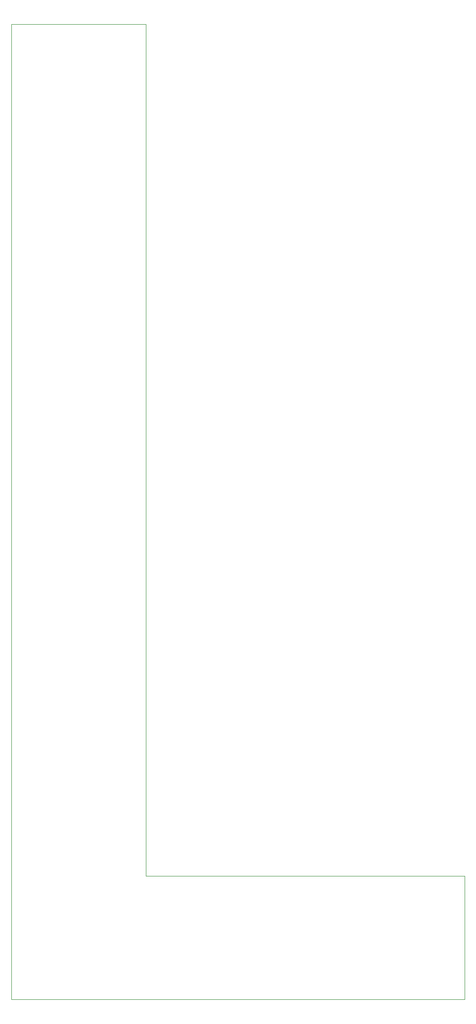
<source format=gbr>
%TF.GenerationSoftware,KiCad,Pcbnew,5.1.10-88a1d61d58~90~ubuntu20.04.1*%
%TF.CreationDate,2021-08-07T13:54:16-04:00*%
%TF.ProjectId,waveshaper,77617665-7368-4617-9065-722e6b696361,rev?*%
%TF.SameCoordinates,Original*%
%TF.FileFunction,Profile,NP*%
%FSLAX46Y46*%
G04 Gerber Fmt 4.6, Leading zero omitted, Abs format (unit mm)*
G04 Created by KiCad (PCBNEW 5.1.10-88a1d61d58~90~ubuntu20.04.1) date 2021-08-07 13:54:16*
%MOMM*%
%LPD*%
G01*
G04 APERTURE LIST*
%TA.AperFunction,Profile*%
%ADD10C,0.050000*%
%TD*%
G04 APERTURE END LIST*
D10*
X200000000Y-193000000D02*
X200000000Y-19000000D01*
X281000000Y-193000000D02*
X200000000Y-193000000D01*
X281000000Y-171000000D02*
X281000000Y-193000000D01*
X224000000Y-171000000D02*
X281000000Y-171000000D01*
X224000000Y-19000000D02*
X224000000Y-171000000D01*
X200000000Y-19000000D02*
X224000000Y-19000000D01*
M02*

</source>
